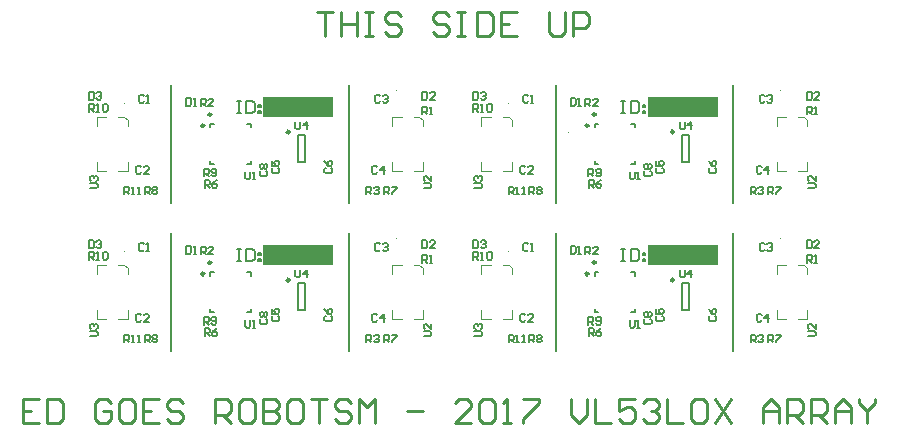
<source format=gto>
G04 Layer_Color=65535*
%FSAX24Y24*%
%MOIN*%
G70*
G01*
G75*
%ADD21C,0.0100*%
%ADD22C,0.0080*%
%ADD32C,0.0039*%
%ADD33C,0.0098*%
%ADD34C,0.0079*%
%ADD35C,0.0050*%
%ADD36R,0.2362X0.0689*%
D21*
X020800Y024300D02*
X021333D01*
X021067D01*
Y023500D01*
X021600Y024300D02*
Y023500D01*
Y023900D01*
X022133D01*
Y024300D01*
Y023500D01*
X022399Y024300D02*
X022666D01*
X022533D01*
Y023500D01*
X022399D01*
X022666D01*
X023599Y024166D02*
X023466Y024300D01*
X023199D01*
X023066Y024166D01*
Y024033D01*
X023199Y023900D01*
X023466D01*
X023599Y023767D01*
Y023633D01*
X023466Y023500D01*
X023199D01*
X023066Y023633D01*
X025199Y024166D02*
X025065Y024300D01*
X024799D01*
X024665Y024166D01*
Y024033D01*
X024799Y023900D01*
X025065D01*
X025199Y023767D01*
Y023633D01*
X025065Y023500D01*
X024799D01*
X024665Y023633D01*
X025465Y024300D02*
X025732D01*
X025598D01*
Y023500D01*
X025465D01*
X025732D01*
X026132Y024300D02*
Y023500D01*
X026531D01*
X026665Y023633D01*
Y024166D01*
X026531Y024300D01*
X026132D01*
X027465D02*
X026931D01*
Y023500D01*
X027465D01*
X026931Y023900D02*
X027198D01*
X028531Y024300D02*
Y023633D01*
X028664Y023500D01*
X028931D01*
X029064Y023633D01*
Y024300D01*
X029331Y023500D02*
Y024300D01*
X029730D01*
X029864Y024166D01*
Y023900D01*
X029730Y023767D01*
X029331D01*
X011533Y011400D02*
X011000D01*
Y010600D01*
X011533D01*
X011000Y011000D02*
X011267D01*
X011800Y011400D02*
Y010600D01*
X012200D01*
X012333Y010733D01*
Y011266D01*
X012200Y011400D01*
X011800D01*
X013932Y011266D02*
X013799Y011400D01*
X013533D01*
X013399Y011266D01*
Y010733D01*
X013533Y010600D01*
X013799D01*
X013932Y010733D01*
Y011000D01*
X013666D01*
X014599Y011400D02*
X014332D01*
X014199Y011266D01*
Y010733D01*
X014332Y010600D01*
X014599D01*
X014732Y010733D01*
Y011266D01*
X014599Y011400D01*
X015532D02*
X014999D01*
Y010600D01*
X015532D01*
X014999Y011000D02*
X015265D01*
X016332Y011266D02*
X016198Y011400D01*
X015932D01*
X015798Y011266D01*
Y011133D01*
X015932Y011000D01*
X016198D01*
X016332Y010867D01*
Y010733D01*
X016198Y010600D01*
X015932D01*
X015798Y010733D01*
X017398Y010600D02*
Y011400D01*
X017798D01*
X017931Y011266D01*
Y011000D01*
X017798Y010867D01*
X017398D01*
X017665D02*
X017931Y010600D01*
X018598Y011400D02*
X018331D01*
X018198Y011266D01*
Y010733D01*
X018331Y010600D01*
X018598D01*
X018731Y010733D01*
Y011266D01*
X018598Y011400D01*
X018997D02*
Y010600D01*
X019397D01*
X019531Y010733D01*
Y010867D01*
X019397Y011000D01*
X018997D01*
X019397D01*
X019531Y011133D01*
Y011266D01*
X019397Y011400D01*
X018997D01*
X020197D02*
X019930D01*
X019797Y011266D01*
Y010733D01*
X019930Y010600D01*
X020197D01*
X020330Y010733D01*
Y011266D01*
X020197Y011400D01*
X020597D02*
X021130D01*
X020863D01*
Y010600D01*
X021930Y011266D02*
X021797Y011400D01*
X021530D01*
X021397Y011266D01*
Y011133D01*
X021530Y011000D01*
X021797D01*
X021930Y010867D01*
Y010733D01*
X021797Y010600D01*
X021530D01*
X021397Y010733D01*
X022196Y010600D02*
Y011400D01*
X022463Y011133D01*
X022730Y011400D01*
Y010600D01*
X023796Y011000D02*
X024329D01*
X025928Y010600D02*
X025395D01*
X025928Y011133D01*
Y011266D01*
X025795Y011400D01*
X025529D01*
X025395Y011266D01*
X026195D02*
X026328Y011400D01*
X026595D01*
X026728Y011266D01*
Y010733D01*
X026595Y010600D01*
X026328D01*
X026195Y010733D01*
Y011266D01*
X026995Y010600D02*
X027261D01*
X027128D01*
Y011400D01*
X026995Y011266D01*
X027661Y011400D02*
X028194D01*
Y011266D01*
X027661Y010733D01*
Y010600D01*
X029261Y011400D02*
Y010867D01*
X029527Y010600D01*
X029794Y010867D01*
Y011400D01*
X030060D02*
Y010600D01*
X030594D01*
X031393Y011400D02*
X030860D01*
Y011000D01*
X031127Y011133D01*
X031260D01*
X031393Y011000D01*
Y010733D01*
X031260Y010600D01*
X030994D01*
X030860Y010733D01*
X031660Y011266D02*
X031793Y011400D01*
X032060D01*
X032193Y011266D01*
Y011133D01*
X032060Y011000D01*
X031927D01*
X032060D01*
X032193Y010867D01*
Y010733D01*
X032060Y010600D01*
X031793D01*
X031660Y010733D01*
X032460Y011400D02*
Y010600D01*
X032993D01*
X033259Y011266D02*
X033393Y011400D01*
X033659D01*
X033793Y011266D01*
Y010733D01*
X033659Y010600D01*
X033393D01*
X033259Y010733D01*
Y011266D01*
X034059Y011400D02*
X034592Y010600D01*
Y011400D02*
X034059Y010600D01*
X035659D02*
Y011133D01*
X035925Y011400D01*
X036192Y011133D01*
Y010600D01*
Y011000D01*
X035659D01*
X036458Y010600D02*
Y011400D01*
X036858D01*
X036992Y011266D01*
Y011000D01*
X036858Y010867D01*
X036458D01*
X036725D02*
X036992Y010600D01*
X037258D02*
Y011400D01*
X037658D01*
X037791Y011266D01*
Y011000D01*
X037658Y010867D01*
X037258D01*
X037525D02*
X037791Y010600D01*
X038058D02*
Y011133D01*
X038324Y011400D01*
X038591Y011133D01*
Y010600D01*
Y011000D01*
X038058D01*
X038858Y011400D02*
Y011266D01*
X039124Y011000D01*
X039391Y011266D01*
Y011400D01*
X039124Y011000D02*
Y010600D01*
X017282Y015953D02*
G03*
X017282Y015953I-000049J000000D01*
G01*
X030093D02*
G03*
X030093Y015953I-000049J000000D01*
G01*
X017282Y020890D02*
G03*
X017282Y020890I-000049J000000D01*
G01*
X030093D02*
G03*
X030093Y020890I-000049J000000D01*
G01*
D22*
X018121Y016404D02*
X018255D01*
X018188D01*
Y016004D01*
X018121D01*
X018255D01*
X018454Y016404D02*
Y016004D01*
X018654D01*
X018721Y016071D01*
Y016338D01*
X018654Y016404D01*
X018454D01*
X018854Y016271D02*
X018921D01*
Y016204D01*
X018854D01*
Y016271D01*
Y016071D02*
X018921D01*
Y016004D01*
X018854D01*
Y016071D01*
X030932Y016404D02*
X031066D01*
X030999D01*
Y016004D01*
X030932D01*
X031066D01*
X031265Y016404D02*
Y016004D01*
X031465D01*
X031532Y016071D01*
Y016338D01*
X031465Y016404D01*
X031265D01*
X031665Y016271D02*
X031732D01*
Y016204D01*
X031665D01*
Y016271D01*
Y016071D02*
X031732D01*
Y016004D01*
X031665D01*
Y016071D01*
X018121Y021341D02*
X018255D01*
X018188D01*
Y020941D01*
X018121D01*
X018255D01*
X018454Y021341D02*
Y020941D01*
X018654D01*
X018721Y021008D01*
Y021275D01*
X018654Y021341D01*
X018454D01*
X018854Y021208D02*
X018921D01*
Y021141D01*
X018854D01*
Y021208D01*
Y021008D02*
X018921D01*
Y020941D01*
X018854D01*
Y021008D01*
X030932Y021341D02*
X031066D01*
X030999D01*
Y020941D01*
X030932D01*
X031066D01*
X031265Y021341D02*
Y020941D01*
X031465D01*
X031532Y021008D01*
Y021275D01*
X031465Y021341D01*
X031265D01*
X031665Y021208D02*
X031732D01*
Y021141D01*
X031665D01*
Y021208D01*
Y021008D02*
X031732D01*
Y020941D01*
X031665D01*
Y021008D01*
D32*
X016374Y015340D02*
G03*
X016374Y015340I-000020J000000D01*
G01*
X023456Y016753D02*
G03*
X023456Y016753I-000020J000000D01*
G01*
X014395Y016334D02*
G03*
X014395Y016334I-000020J000000D01*
G01*
X024339Y015559D02*
Y015756D01*
X024220Y015874D02*
X024339Y015756D01*
X024024Y015874D02*
X024220D01*
X024339Y014063D02*
Y014378D01*
X024024Y014063D02*
X024339D01*
X023315D02*
X023630D01*
X023315D02*
Y014378D01*
Y015559D02*
Y015874D01*
X023630D01*
X014496Y015559D02*
Y015756D01*
X014378Y015874D02*
X014496Y015756D01*
X014181Y015874D02*
X014378D01*
X014496Y014063D02*
Y014378D01*
X014181Y014063D02*
X014496D01*
X013472D02*
X013787D01*
X013472D02*
Y014378D01*
Y015559D02*
Y015874D01*
X013787D01*
X029185Y015340D02*
G03*
X029185Y015340I-000020J000000D01*
G01*
X036267Y016753D02*
G03*
X036267Y016753I-000020J000000D01*
G01*
X027206Y016334D02*
G03*
X027206Y016334I-000020J000000D01*
G01*
X037150Y015559D02*
Y015756D01*
X037032Y015874D02*
X037150Y015756D01*
X036835Y015874D02*
X037032D01*
X037150Y014063D02*
Y014378D01*
X036835Y014063D02*
X037150D01*
X036126D02*
X036441D01*
X036126D02*
Y014378D01*
Y015559D02*
Y015874D01*
X036441D01*
X027307Y015559D02*
Y015756D01*
X027189Y015874D02*
X027307Y015756D01*
X026992Y015874D02*
X027189D01*
X027307Y014063D02*
Y014378D01*
X026992Y014063D02*
X027307D01*
X026283D02*
X026598D01*
X026283D02*
Y014378D01*
Y015559D02*
Y015874D01*
X026598D01*
X016374Y020277D02*
G03*
X016374Y020277I-000020J000000D01*
G01*
X023456Y021690D02*
G03*
X023456Y021690I-000020J000000D01*
G01*
X014395Y021271D02*
G03*
X014395Y021271I-000020J000000D01*
G01*
X024339Y020496D02*
Y020693D01*
X024220Y020811D02*
X024339Y020693D01*
X024024Y020811D02*
X024220D01*
X024339Y019000D02*
Y019315D01*
X024024Y019000D02*
X024339D01*
X023315D02*
X023630D01*
X023315D02*
Y019315D01*
Y020496D02*
Y020811D01*
X023630D01*
X014496Y020496D02*
Y020693D01*
X014378Y020811D02*
X014496Y020693D01*
X014181Y020811D02*
X014378D01*
X014496Y019000D02*
Y019315D01*
X014181Y019000D02*
X014496D01*
X013472D02*
X013787D01*
X013472D02*
Y019315D01*
Y020496D02*
Y020811D01*
X013787D01*
X029185Y020277D02*
G03*
X029185Y020277I-000020J000000D01*
G01*
X036267Y021690D02*
G03*
X036267Y021690I-000020J000000D01*
G01*
X027206Y021271D02*
G03*
X027206Y021271I-000020J000000D01*
G01*
X037150Y020496D02*
Y020693D01*
X037032Y020811D02*
X037150Y020693D01*
X036835Y020811D02*
X037032D01*
X037150Y019000D02*
Y019315D01*
X036835Y019000D02*
X037150D01*
X036126D02*
X036441D01*
X036126D02*
Y019315D01*
Y020496D02*
Y020811D01*
X036441D01*
X027307Y020496D02*
Y020693D01*
X027189Y020811D02*
X027307Y020693D01*
X026992Y020811D02*
X027189D01*
X027307Y019000D02*
Y019315D01*
X026992Y019000D02*
X027307D01*
X026283D02*
X026598D01*
X026283D02*
Y019315D01*
Y020496D02*
Y020811D01*
X026598D01*
D33*
X017045Y015579D02*
G03*
X017045Y015579I-000049J000000D01*
G01*
X019890Y015372D02*
G03*
X019890Y015372I-000049J000000D01*
G01*
X029856Y015579D02*
G03*
X029856Y015579I-000049J000000D01*
G01*
X032701Y015372D02*
G03*
X032701Y015372I-000049J000000D01*
G01*
X017045Y020516D02*
G03*
X017045Y020516I-000049J000000D01*
G01*
X019890Y020309D02*
G03*
X019890Y020309I-000049J000000D01*
G01*
X029856Y020516D02*
G03*
X029856Y020516I-000049J000000D01*
G01*
X032701Y020309D02*
G03*
X032701Y020309I-000049J000000D01*
G01*
D34*
X017252Y014299D02*
X017370D01*
X017252D02*
Y014417D01*
Y015520D02*
Y015638D01*
X017370D01*
X018472D02*
X018591D01*
Y015520D02*
Y015638D01*
Y014299D02*
Y014417D01*
X018472Y014299D02*
X018591D01*
X020165Y015264D02*
X020402D01*
X020165Y014358D02*
X020402D01*
X020165D02*
Y015264D01*
X020402Y014358D02*
Y015264D01*
X021858Y013000D02*
Y016937D01*
X015953Y013000D02*
Y016937D01*
X030063Y014299D02*
X030181D01*
X030063D02*
Y014417D01*
Y015520D02*
Y015638D01*
X030181D01*
X031283D02*
X031402D01*
Y015520D02*
Y015638D01*
Y014299D02*
Y014417D01*
X031283Y014299D02*
X031402D01*
X032976Y015264D02*
X033213D01*
X032976Y014358D02*
X033213D01*
X032976D02*
Y015264D01*
X033213Y014358D02*
Y015264D01*
X034669Y013000D02*
Y016937D01*
X028764Y013000D02*
Y016937D01*
X017252Y019236D02*
X017370D01*
X017252D02*
Y019354D01*
Y020457D02*
Y020575D01*
X017370D01*
X018472D02*
X018591D01*
Y020457D02*
Y020575D01*
Y019236D02*
Y019354D01*
X018472Y019236D02*
X018591D01*
X020165Y020201D02*
X020402D01*
X020165Y019295D02*
X020402D01*
X020165D02*
Y020201D01*
X020402Y019295D02*
Y020201D01*
X021858Y017937D02*
Y021874D01*
X015953Y017937D02*
Y021874D01*
X030063Y019236D02*
X030181D01*
X030063D02*
Y019354D01*
Y020457D02*
Y020575D01*
X030181D01*
X031283D02*
X031402D01*
Y020457D02*
Y020575D01*
Y019236D02*
Y019354D01*
X031283Y019236D02*
X031402D01*
X032976Y020201D02*
X033213D01*
X032976Y019295D02*
X033213D01*
X032976D02*
Y020201D01*
X033213Y019295D02*
Y020201D01*
X034669Y017937D02*
Y021874D01*
X028764Y017937D02*
Y021874D01*
D35*
X016445Y016498D02*
Y016248D01*
X016570D01*
X016611Y016290D01*
Y016456D01*
X016570Y016498D01*
X016445D01*
X016695Y016248D02*
X016778D01*
X016736D01*
Y016498D01*
X016695Y016456D01*
X015037Y016555D02*
X014995Y016596D01*
X014912D01*
X014870Y016555D01*
Y016388D01*
X014912Y016346D01*
X014995D01*
X015037Y016388D01*
X015120Y016346D02*
X015203D01*
X015162D01*
Y016596D01*
X015120Y016555D01*
X014938Y014193D02*
X014897Y014234D01*
X014813D01*
X014772Y014193D01*
Y014026D01*
X014813Y013984D01*
X014897D01*
X014938Y014026D01*
X015188Y013984D02*
X015022D01*
X015188Y014151D01*
Y014193D01*
X015147Y014234D01*
X015063D01*
X015022Y014193D01*
X022911Y016555D02*
X022869Y016596D01*
X022786D01*
X022744Y016555D01*
Y016388D01*
X022786Y016346D01*
X022869D01*
X022911Y016388D01*
X022994Y016555D02*
X023036Y016596D01*
X023119D01*
X023161Y016555D01*
Y016513D01*
X023119Y016471D01*
X023077D01*
X023119D01*
X023161Y016430D01*
Y016388D01*
X023119Y016346D01*
X023036D01*
X022994Y016388D01*
X022812Y014193D02*
X022771Y014234D01*
X022687D01*
X022646Y014193D01*
Y014026D01*
X022687Y013984D01*
X022771D01*
X022812Y014026D01*
X023021Y013984D02*
Y014234D01*
X022896Y014109D01*
X023062D01*
X019342Y014167D02*
X019300Y014125D01*
Y014042D01*
X019342Y014000D01*
X019508D01*
X019550Y014042D01*
Y014125D01*
X019508Y014167D01*
X019300Y014417D02*
Y014250D01*
X019425D01*
X019383Y014333D01*
Y014375D01*
X019425Y014417D01*
X019508D01*
X019550Y014375D01*
Y014292D01*
X019508Y014250D01*
X021092Y014167D02*
X021050Y014125D01*
Y014042D01*
X021092Y014000D01*
X021258D01*
X021300Y014042D01*
Y014125D01*
X021258Y014167D01*
X021050Y014417D02*
X021092Y014333D01*
X021175Y014250D01*
X021258D01*
X021300Y014292D01*
Y014375D01*
X021258Y014417D01*
X021217D01*
X021175Y014375D01*
Y014250D01*
X018942Y014067D02*
X018900Y014025D01*
Y013942D01*
X018942Y013900D01*
X019108D01*
X019150Y013942D01*
Y014025D01*
X019108Y014067D01*
X018942Y014150D02*
X018900Y014192D01*
Y014275D01*
X018942Y014317D01*
X018983D01*
X019025Y014275D01*
X019067Y014317D01*
X019108D01*
X019150Y014275D01*
Y014192D01*
X019108Y014150D01*
X019067D01*
X019025Y014192D01*
X018983Y014150D01*
X018942D01*
X019025Y014192D02*
Y014275D01*
X017055Y013512D02*
Y013762D01*
X017180D01*
X017222Y013720D01*
Y013637D01*
X017180Y013595D01*
X017055D01*
X017138D02*
X017222Y013512D01*
X017472Y013762D02*
X017388Y013720D01*
X017305Y013637D01*
Y013553D01*
X017347Y013512D01*
X017430D01*
X017472Y013553D01*
Y013595D01*
X017430Y013637D01*
X017305D01*
X023039Y013295D02*
Y013545D01*
X023164D01*
X023206Y013504D01*
Y013420D01*
X023164Y013379D01*
X023039D01*
X023123D02*
X023206Y013295D01*
X023289Y013545D02*
X023456D01*
Y013504D01*
X023289Y013337D01*
Y013295D01*
X015067D02*
Y013545D01*
X015192D01*
X015234Y013504D01*
Y013420D01*
X015192Y013379D01*
X015067D01*
X015150D02*
X015234Y013295D01*
X015317Y013504D02*
X015359Y013545D01*
X015442D01*
X015483Y013504D01*
Y013462D01*
X015442Y013420D01*
X015483Y013379D01*
Y013337D01*
X015442Y013295D01*
X015359D01*
X015317Y013337D01*
Y013379D01*
X015359Y013420D01*
X015317Y013462D01*
Y013504D01*
X015359Y013420D02*
X015442D01*
X017035Y013886D02*
Y014136D01*
X017160D01*
X017202Y014094D01*
Y014011D01*
X017160Y013969D01*
X017035D01*
X017119D02*
X017202Y013886D01*
X017285Y013927D02*
X017327Y013886D01*
X017410D01*
X017452Y013927D01*
Y014094D01*
X017410Y014136D01*
X017327D01*
X017285Y014094D01*
Y014052D01*
X017327Y014011D01*
X017452D01*
X018413Y014037D02*
Y013829D01*
X018455Y013787D01*
X018538D01*
X018580Y013829D01*
Y014037D01*
X018663Y013787D02*
X018747D01*
X018705D01*
Y014037D01*
X018663Y013996D01*
X024364Y013492D02*
X024573D01*
X024614Y013534D01*
Y013617D01*
X024573Y013659D01*
X024364D01*
X024614Y013909D02*
Y013742D01*
X024448Y013909D01*
X024406D01*
X024364Y013867D01*
Y013784D01*
X024406Y013742D01*
X013242Y013492D02*
X013450D01*
X013492Y013534D01*
Y013617D01*
X013450Y013659D01*
X013242D01*
X013284Y013742D02*
X013242Y013784D01*
Y013867D01*
X013284Y013909D01*
X013326D01*
X013367Y013867D01*
Y013825D01*
Y013867D01*
X013409Y013909D01*
X013450D01*
X013492Y013867D01*
Y013784D01*
X013450Y013742D01*
X016937Y016228D02*
Y016478D01*
X017062D01*
X017104Y016437D01*
Y016353D01*
X017062Y016312D01*
X016937D01*
X017020D02*
X017104Y016228D01*
X017354D02*
X017187D01*
X017354Y016395D01*
Y016437D01*
X017312Y016478D01*
X017229D01*
X017187Y016437D01*
X020087Y015711D02*
Y015502D01*
X020128Y015461D01*
X020212D01*
X020253Y015502D01*
Y015711D01*
X020461Y015461D02*
Y015711D01*
X020337Y015586D01*
X020503D01*
X024319Y016695D02*
Y016445D01*
X024444D01*
X024486Y016487D01*
Y016653D01*
X024444Y016695D01*
X024319D01*
X024735Y016445D02*
X024569D01*
X024735Y016611D01*
Y016653D01*
X024694Y016695D01*
X024610D01*
X024569Y016653D01*
X024319Y015953D02*
Y016203D01*
X024444D01*
X024486Y016161D01*
Y016078D01*
X024444Y016036D01*
X024319D01*
X024402D02*
X024486Y015953D01*
X024569D02*
X024652D01*
X024610D01*
Y016203D01*
X024569Y016161D01*
X022449Y013295D02*
Y013545D01*
X022574D01*
X022615Y013504D01*
Y013420D01*
X022574Y013379D01*
X022449D01*
X022532D02*
X022615Y013295D01*
X022699Y013504D02*
X022740Y013545D01*
X022824D01*
X022865Y013504D01*
Y013462D01*
X022824Y013420D01*
X022782D01*
X022824D01*
X022865Y013379D01*
Y013337D01*
X022824Y013295D01*
X022740D01*
X022699Y013337D01*
X013197Y016695D02*
Y016445D01*
X013322D01*
X013363Y016487D01*
Y016653D01*
X013322Y016695D01*
X013197D01*
X013447Y016653D02*
X013488Y016695D01*
X013572D01*
X013613Y016653D01*
Y016611D01*
X013572Y016570D01*
X013530D01*
X013572D01*
X013613Y016528D01*
Y016487D01*
X013572Y016445D01*
X013488D01*
X013447Y016487D01*
X013197Y016051D02*
Y016301D01*
X013322D01*
X013363Y016259D01*
Y016176D01*
X013322Y016134D01*
X013197D01*
X013280D02*
X013363Y016051D01*
X013447D02*
X013530D01*
X013488D01*
Y016301D01*
X013447Y016259D01*
X013655D02*
X013697Y016301D01*
X013780D01*
X013822Y016259D01*
Y016093D01*
X013780Y016051D01*
X013697D01*
X013655Y016093D01*
Y016259D01*
X014378Y013295D02*
Y013545D01*
X014503D01*
X014545Y013504D01*
Y013420D01*
X014503Y013379D01*
X014378D01*
X014461D02*
X014545Y013295D01*
X014628D02*
X014711D01*
X014670D01*
Y013545D01*
X014628Y013504D01*
X014836Y013295D02*
X014919D01*
X014878D01*
Y013545D01*
X014836Y013504D01*
X029256Y016498D02*
Y016248D01*
X029381D01*
X029423Y016290D01*
Y016456D01*
X029381Y016498D01*
X029256D01*
X029506Y016248D02*
X029589D01*
X029547D01*
Y016498D01*
X029506Y016456D01*
X027848Y016555D02*
X027806Y016596D01*
X027723D01*
X027681Y016555D01*
Y016388D01*
X027723Y016346D01*
X027806D01*
X027848Y016388D01*
X027931Y016346D02*
X028014D01*
X027973D01*
Y016596D01*
X027931Y016555D01*
X027749Y014193D02*
X027708Y014234D01*
X027624D01*
X027583Y014193D01*
Y014026D01*
X027624Y013984D01*
X027708D01*
X027749Y014026D01*
X027999Y013984D02*
X027833D01*
X027999Y014151D01*
Y014193D01*
X027958Y014234D01*
X027874D01*
X027833Y014193D01*
X035722Y016555D02*
X035680Y016596D01*
X035597D01*
X035555Y016555D01*
Y016388D01*
X035597Y016346D01*
X035680D01*
X035722Y016388D01*
X035805Y016555D02*
X035847Y016596D01*
X035930D01*
X035972Y016555D01*
Y016513D01*
X035930Y016471D01*
X035888D01*
X035930D01*
X035972Y016430D01*
Y016388D01*
X035930Y016346D01*
X035847D01*
X035805Y016388D01*
X035623Y014193D02*
X035582Y014234D01*
X035498D01*
X035457Y014193D01*
Y014026D01*
X035498Y013984D01*
X035582D01*
X035623Y014026D01*
X035832Y013984D02*
Y014234D01*
X035707Y014109D01*
X035873D01*
X032153Y014167D02*
X032111Y014125D01*
Y014042D01*
X032153Y014000D01*
X032319D01*
X032361Y014042D01*
Y014125D01*
X032319Y014167D01*
X032111Y014417D02*
Y014250D01*
X032236D01*
X032194Y014333D01*
Y014375D01*
X032236Y014417D01*
X032319D01*
X032361Y014375D01*
Y014292D01*
X032319Y014250D01*
X033903Y014167D02*
X033861Y014125D01*
Y014042D01*
X033903Y014000D01*
X034069D01*
X034111Y014042D01*
Y014125D01*
X034069Y014167D01*
X033861Y014417D02*
X033903Y014333D01*
X033986Y014250D01*
X034069D01*
X034111Y014292D01*
Y014375D01*
X034069Y014417D01*
X034028D01*
X033986Y014375D01*
Y014250D01*
X031753Y014067D02*
X031711Y014025D01*
Y013942D01*
X031753Y013900D01*
X031919D01*
X031961Y013942D01*
Y014025D01*
X031919Y014067D01*
X031753Y014150D02*
X031711Y014192D01*
Y014275D01*
X031753Y014317D01*
X031794D01*
X031836Y014275D01*
X031878Y014317D01*
X031919D01*
X031961Y014275D01*
Y014192D01*
X031919Y014150D01*
X031878D01*
X031836Y014192D01*
X031794Y014150D01*
X031753D01*
X031836Y014192D02*
Y014275D01*
X029866Y013512D02*
Y013762D01*
X029991D01*
X030033Y013720D01*
Y013637D01*
X029991Y013595D01*
X029866D01*
X029949D02*
X030033Y013512D01*
X030283Y013762D02*
X030199Y013720D01*
X030116Y013637D01*
Y013553D01*
X030158Y013512D01*
X030241D01*
X030283Y013553D01*
Y013595D01*
X030241Y013637D01*
X030116D01*
X035850Y013295D02*
Y013545D01*
X035975D01*
X036017Y013504D01*
Y013420D01*
X035975Y013379D01*
X035850D01*
X035934D02*
X036017Y013295D01*
X036100Y013545D02*
X036267D01*
Y013504D01*
X036100Y013337D01*
Y013295D01*
X027878D02*
Y013545D01*
X028003D01*
X028045Y013504D01*
Y013420D01*
X028003Y013379D01*
X027878D01*
X027961D02*
X028045Y013295D01*
X028128Y013504D02*
X028170Y013545D01*
X028253D01*
X028294Y013504D01*
Y013462D01*
X028253Y013420D01*
X028294Y013379D01*
Y013337D01*
X028253Y013295D01*
X028170D01*
X028128Y013337D01*
Y013379D01*
X028170Y013420D01*
X028128Y013462D01*
Y013504D01*
X028170Y013420D02*
X028253D01*
X029846Y013886D02*
Y014136D01*
X029971D01*
X030013Y014094D01*
Y014011D01*
X029971Y013969D01*
X029846D01*
X029930D02*
X030013Y013886D01*
X030096Y013927D02*
X030138Y013886D01*
X030221D01*
X030263Y013927D01*
Y014094D01*
X030221Y014136D01*
X030138D01*
X030096Y014094D01*
Y014052D01*
X030138Y014011D01*
X030263D01*
X031224Y014037D02*
Y013829D01*
X031266Y013787D01*
X031349D01*
X031391Y013829D01*
Y014037D01*
X031474Y013787D02*
X031558D01*
X031516D01*
Y014037D01*
X031474Y013996D01*
X037175Y013492D02*
X037384D01*
X037425Y013534D01*
Y013617D01*
X037384Y013659D01*
X037175D01*
X037425Y013909D02*
Y013742D01*
X037259Y013909D01*
X037217D01*
X037175Y013867D01*
Y013784D01*
X037217Y013742D01*
X026053Y013492D02*
X026261D01*
X026303Y013534D01*
Y013617D01*
X026261Y013659D01*
X026053D01*
X026095Y013742D02*
X026053Y013784D01*
Y013867D01*
X026095Y013909D01*
X026137D01*
X026178Y013867D01*
Y013825D01*
Y013867D01*
X026220Y013909D01*
X026261D01*
X026303Y013867D01*
Y013784D01*
X026261Y013742D01*
X029748Y016228D02*
Y016478D01*
X029873D01*
X029915Y016437D01*
Y016353D01*
X029873Y016312D01*
X029748D01*
X029831D02*
X029915Y016228D01*
X030165D02*
X029998D01*
X030165Y016395D01*
Y016437D01*
X030123Y016478D01*
X030040D01*
X029998Y016437D01*
X032898Y015711D02*
Y015502D01*
X032939Y015461D01*
X033023D01*
X033064Y015502D01*
Y015711D01*
X033273Y015461D02*
Y015711D01*
X033148Y015586D01*
X033314D01*
X037130Y016695D02*
Y016445D01*
X037255D01*
X037297Y016487D01*
Y016653D01*
X037255Y016695D01*
X037130D01*
X037546Y016445D02*
X037380D01*
X037546Y016611D01*
Y016653D01*
X037505Y016695D01*
X037422D01*
X037380Y016653D01*
X037130Y015953D02*
Y016203D01*
X037255D01*
X037297Y016161D01*
Y016078D01*
X037255Y016036D01*
X037130D01*
X037213D02*
X037297Y015953D01*
X037380D02*
X037463D01*
X037422D01*
Y016203D01*
X037380Y016161D01*
X035260Y013295D02*
Y013545D01*
X035385D01*
X035426Y013504D01*
Y013420D01*
X035385Y013379D01*
X035260D01*
X035343D02*
X035426Y013295D01*
X035510Y013504D02*
X035551Y013545D01*
X035635D01*
X035676Y013504D01*
Y013462D01*
X035635Y013420D01*
X035593D01*
X035635D01*
X035676Y013379D01*
Y013337D01*
X035635Y013295D01*
X035551D01*
X035510Y013337D01*
X026008Y016695D02*
Y016445D01*
X026133D01*
X026174Y016487D01*
Y016653D01*
X026133Y016695D01*
X026008D01*
X026258Y016653D02*
X026299Y016695D01*
X026383D01*
X026424Y016653D01*
Y016611D01*
X026383Y016570D01*
X026341D01*
X026383D01*
X026424Y016528D01*
Y016487D01*
X026383Y016445D01*
X026299D01*
X026258Y016487D01*
X026008Y016051D02*
Y016301D01*
X026133D01*
X026174Y016259D01*
Y016176D01*
X026133Y016134D01*
X026008D01*
X026091D02*
X026174Y016051D01*
X026258D02*
X026341D01*
X026299D01*
Y016301D01*
X026258Y016259D01*
X026466D02*
X026508Y016301D01*
X026591D01*
X026633Y016259D01*
Y016093D01*
X026591Y016051D01*
X026508D01*
X026466Y016093D01*
Y016259D01*
X027189Y013295D02*
Y013545D01*
X027314D01*
X027356Y013504D01*
Y013420D01*
X027314Y013379D01*
X027189D01*
X027272D02*
X027356Y013295D01*
X027439D02*
X027522D01*
X027481D01*
Y013545D01*
X027439Y013504D01*
X027647Y013295D02*
X027730D01*
X027689D01*
Y013545D01*
X027647Y013504D01*
X016445Y021435D02*
Y021185D01*
X016570D01*
X016611Y021227D01*
Y021393D01*
X016570Y021435D01*
X016445D01*
X016695Y021185D02*
X016778D01*
X016736D01*
Y021435D01*
X016695Y021393D01*
X015037Y021492D02*
X014995Y021533D01*
X014912D01*
X014870Y021492D01*
Y021325D01*
X014912Y021283D01*
X014995D01*
X015037Y021325D01*
X015120Y021283D02*
X015203D01*
X015162D01*
Y021533D01*
X015120Y021492D01*
X014938Y019130D02*
X014897Y019171D01*
X014813D01*
X014772Y019130D01*
Y018963D01*
X014813Y018921D01*
X014897D01*
X014938Y018963D01*
X015188Y018921D02*
X015022D01*
X015188Y019088D01*
Y019130D01*
X015147Y019171D01*
X015063D01*
X015022Y019130D01*
X022911Y021492D02*
X022869Y021533D01*
X022786D01*
X022744Y021492D01*
Y021325D01*
X022786Y021283D01*
X022869D01*
X022911Y021325D01*
X022994Y021492D02*
X023036Y021533D01*
X023119D01*
X023161Y021492D01*
Y021450D01*
X023119Y021408D01*
X023077D01*
X023119D01*
X023161Y021367D01*
Y021325D01*
X023119Y021283D01*
X023036D01*
X022994Y021325D01*
X022812Y019130D02*
X022771Y019171D01*
X022687D01*
X022646Y019130D01*
Y018963D01*
X022687Y018921D01*
X022771D01*
X022812Y018963D01*
X023021Y018921D02*
Y019171D01*
X022896Y019046D01*
X023062D01*
X019342Y019104D02*
X019300Y019062D01*
Y018979D01*
X019342Y018937D01*
X019508D01*
X019550Y018979D01*
Y019062D01*
X019508Y019104D01*
X019300Y019354D02*
Y019187D01*
X019425D01*
X019383Y019270D01*
Y019312D01*
X019425Y019354D01*
X019508D01*
X019550Y019312D01*
Y019229D01*
X019508Y019187D01*
X021092Y019104D02*
X021050Y019062D01*
Y018979D01*
X021092Y018937D01*
X021258D01*
X021300Y018979D01*
Y019062D01*
X021258Y019104D01*
X021050Y019354D02*
X021092Y019270D01*
X021175Y019187D01*
X021258D01*
X021300Y019229D01*
Y019312D01*
X021258Y019354D01*
X021217D01*
X021175Y019312D01*
Y019187D01*
X018942Y019004D02*
X018900Y018962D01*
Y018879D01*
X018942Y018837D01*
X019108D01*
X019150Y018879D01*
Y018962D01*
X019108Y019004D01*
X018942Y019087D02*
X018900Y019129D01*
Y019212D01*
X018942Y019254D01*
X018983D01*
X019025Y019212D01*
X019067Y019254D01*
X019108D01*
X019150Y019212D01*
Y019129D01*
X019108Y019087D01*
X019067D01*
X019025Y019129D01*
X018983Y019087D01*
X018942D01*
X019025Y019129D02*
Y019212D01*
X017055Y018449D02*
Y018699D01*
X017180D01*
X017222Y018657D01*
Y018574D01*
X017180Y018532D01*
X017055D01*
X017138D02*
X017222Y018449D01*
X017472Y018699D02*
X017388Y018657D01*
X017305Y018574D01*
Y018490D01*
X017347Y018449D01*
X017430D01*
X017472Y018490D01*
Y018532D01*
X017430Y018574D01*
X017305D01*
X023039Y018232D02*
Y018482D01*
X023164D01*
X023206Y018441D01*
Y018357D01*
X023164Y018316D01*
X023039D01*
X023123D02*
X023206Y018232D01*
X023289Y018482D02*
X023456D01*
Y018441D01*
X023289Y018274D01*
Y018232D01*
X015067D02*
Y018482D01*
X015192D01*
X015234Y018441D01*
Y018357D01*
X015192Y018316D01*
X015067D01*
X015150D02*
X015234Y018232D01*
X015317Y018441D02*
X015359Y018482D01*
X015442D01*
X015483Y018441D01*
Y018399D01*
X015442Y018357D01*
X015483Y018316D01*
Y018274D01*
X015442Y018232D01*
X015359D01*
X015317Y018274D01*
Y018316D01*
X015359Y018357D01*
X015317Y018399D01*
Y018441D01*
X015359Y018357D02*
X015442D01*
X017035Y018823D02*
Y019073D01*
X017160D01*
X017202Y019031D01*
Y018948D01*
X017160Y018906D01*
X017035D01*
X017119D02*
X017202Y018823D01*
X017285Y018865D02*
X017327Y018823D01*
X017410D01*
X017452Y018865D01*
Y019031D01*
X017410Y019073D01*
X017327D01*
X017285Y019031D01*
Y018989D01*
X017327Y018948D01*
X017452D01*
X018413Y018974D02*
Y018766D01*
X018455Y018724D01*
X018538D01*
X018580Y018766D01*
Y018974D01*
X018663Y018724D02*
X018747D01*
X018705D01*
Y018974D01*
X018663Y018933D01*
X024364Y018429D02*
X024573D01*
X024614Y018471D01*
Y018554D01*
X024573Y018596D01*
X024364D01*
X024614Y018846D02*
Y018679D01*
X024448Y018846D01*
X024406D01*
X024364Y018804D01*
Y018721D01*
X024406Y018679D01*
X013242Y018429D02*
X013450D01*
X013492Y018471D01*
Y018554D01*
X013450Y018596D01*
X013242D01*
X013284Y018679D02*
X013242Y018721D01*
Y018804D01*
X013284Y018846D01*
X013326D01*
X013367Y018804D01*
Y018762D01*
Y018804D01*
X013409Y018846D01*
X013450D01*
X013492Y018804D01*
Y018721D01*
X013450Y018679D01*
X016937Y021165D02*
Y021415D01*
X017062D01*
X017104Y021374D01*
Y021290D01*
X017062Y021249D01*
X016937D01*
X017020D02*
X017104Y021165D01*
X017354D02*
X017187D01*
X017354Y021332D01*
Y021374D01*
X017312Y021415D01*
X017229D01*
X017187Y021374D01*
X020087Y020648D02*
Y020439D01*
X020128Y020398D01*
X020212D01*
X020253Y020439D01*
Y020648D01*
X020461Y020398D02*
Y020648D01*
X020337Y020523D01*
X020503D01*
X024319Y021632D02*
Y021382D01*
X024444D01*
X024486Y021424D01*
Y021590D01*
X024444Y021632D01*
X024319D01*
X024735Y021382D02*
X024569D01*
X024735Y021549D01*
Y021590D01*
X024694Y021632D01*
X024610D01*
X024569Y021590D01*
X024319Y020890D02*
Y021140D01*
X024444D01*
X024486Y021098D01*
Y021015D01*
X024444Y020973D01*
X024319D01*
X024402D02*
X024486Y020890D01*
X024569D02*
X024652D01*
X024610D01*
Y021140D01*
X024569Y021098D01*
X022449Y018232D02*
Y018482D01*
X022574D01*
X022615Y018441D01*
Y018357D01*
X022574Y018316D01*
X022449D01*
X022532D02*
X022615Y018232D01*
X022699Y018441D02*
X022740Y018482D01*
X022824D01*
X022865Y018441D01*
Y018399D01*
X022824Y018357D01*
X022782D01*
X022824D01*
X022865Y018316D01*
Y018274D01*
X022824Y018232D01*
X022740D01*
X022699Y018274D01*
X013197Y021632D02*
Y021382D01*
X013322D01*
X013363Y021424D01*
Y021590D01*
X013322Y021632D01*
X013197D01*
X013447Y021590D02*
X013488Y021632D01*
X013572D01*
X013613Y021590D01*
Y021549D01*
X013572Y021507D01*
X013530D01*
X013572D01*
X013613Y021465D01*
Y021424D01*
X013572Y021382D01*
X013488D01*
X013447Y021424D01*
X013197Y020988D02*
Y021238D01*
X013322D01*
X013363Y021196D01*
Y021113D01*
X013322Y021072D01*
X013197D01*
X013280D02*
X013363Y020988D01*
X013447D02*
X013530D01*
X013488D01*
Y021238D01*
X013447Y021196D01*
X013655D02*
X013697Y021238D01*
X013780D01*
X013822Y021196D01*
Y021030D01*
X013780Y020988D01*
X013697D01*
X013655Y021030D01*
Y021196D01*
X014378Y018232D02*
Y018482D01*
X014503D01*
X014545Y018441D01*
Y018357D01*
X014503Y018316D01*
X014378D01*
X014461D02*
X014545Y018232D01*
X014628D02*
X014711D01*
X014670D01*
Y018482D01*
X014628Y018441D01*
X014836Y018232D02*
X014919D01*
X014878D01*
Y018482D01*
X014836Y018441D01*
X029256Y021435D02*
Y021185D01*
X029381D01*
X029423Y021227D01*
Y021393D01*
X029381Y021435D01*
X029256D01*
X029506Y021185D02*
X029589D01*
X029547D01*
Y021435D01*
X029506Y021393D01*
X027848Y021492D02*
X027806Y021533D01*
X027723D01*
X027681Y021492D01*
Y021325D01*
X027723Y021283D01*
X027806D01*
X027848Y021325D01*
X027931Y021283D02*
X028014D01*
X027973D01*
Y021533D01*
X027931Y021492D01*
X027749Y019130D02*
X027708Y019171D01*
X027624D01*
X027583Y019130D01*
Y018963D01*
X027624Y018921D01*
X027708D01*
X027749Y018963D01*
X027999Y018921D02*
X027833D01*
X027999Y019088D01*
Y019130D01*
X027958Y019171D01*
X027874D01*
X027833Y019130D01*
X035722Y021492D02*
X035680Y021533D01*
X035597D01*
X035555Y021492D01*
Y021325D01*
X035597Y021283D01*
X035680D01*
X035722Y021325D01*
X035805Y021492D02*
X035847Y021533D01*
X035930D01*
X035972Y021492D01*
Y021450D01*
X035930Y021408D01*
X035888D01*
X035930D01*
X035972Y021367D01*
Y021325D01*
X035930Y021283D01*
X035847D01*
X035805Y021325D01*
X035623Y019130D02*
X035582Y019171D01*
X035498D01*
X035457Y019130D01*
Y018963D01*
X035498Y018921D01*
X035582D01*
X035623Y018963D01*
X035832Y018921D02*
Y019171D01*
X035707Y019046D01*
X035873D01*
X032153Y019104D02*
X032111Y019062D01*
Y018979D01*
X032153Y018937D01*
X032319D01*
X032361Y018979D01*
Y019062D01*
X032319Y019104D01*
X032111Y019354D02*
Y019187D01*
X032236D01*
X032194Y019270D01*
Y019312D01*
X032236Y019354D01*
X032319D01*
X032361Y019312D01*
Y019229D01*
X032319Y019187D01*
X033903Y019104D02*
X033861Y019062D01*
Y018979D01*
X033903Y018937D01*
X034069D01*
X034111Y018979D01*
Y019062D01*
X034069Y019104D01*
X033861Y019354D02*
X033903Y019270D01*
X033986Y019187D01*
X034069D01*
X034111Y019229D01*
Y019312D01*
X034069Y019354D01*
X034028D01*
X033986Y019312D01*
Y019187D01*
X031753Y019004D02*
X031711Y018962D01*
Y018879D01*
X031753Y018837D01*
X031919D01*
X031961Y018879D01*
Y018962D01*
X031919Y019004D01*
X031753Y019087D02*
X031711Y019129D01*
Y019212D01*
X031753Y019254D01*
X031794D01*
X031836Y019212D01*
X031878Y019254D01*
X031919D01*
X031961Y019212D01*
Y019129D01*
X031919Y019087D01*
X031878D01*
X031836Y019129D01*
X031794Y019087D01*
X031753D01*
X031836Y019129D02*
Y019212D01*
X029866Y018449D02*
Y018699D01*
X029991D01*
X030033Y018657D01*
Y018574D01*
X029991Y018532D01*
X029866D01*
X029949D02*
X030033Y018449D01*
X030283Y018699D02*
X030199Y018657D01*
X030116Y018574D01*
Y018490D01*
X030158Y018449D01*
X030241D01*
X030283Y018490D01*
Y018532D01*
X030241Y018574D01*
X030116D01*
X035850Y018232D02*
Y018482D01*
X035975D01*
X036017Y018441D01*
Y018357D01*
X035975Y018316D01*
X035850D01*
X035934D02*
X036017Y018232D01*
X036100Y018482D02*
X036267D01*
Y018441D01*
X036100Y018274D01*
Y018232D01*
X027878D02*
Y018482D01*
X028003D01*
X028045Y018441D01*
Y018357D01*
X028003Y018316D01*
X027878D01*
X027961D02*
X028045Y018232D01*
X028128Y018441D02*
X028170Y018482D01*
X028253D01*
X028294Y018441D01*
Y018399D01*
X028253Y018357D01*
X028294Y018316D01*
Y018274D01*
X028253Y018232D01*
X028170D01*
X028128Y018274D01*
Y018316D01*
X028170Y018357D01*
X028128Y018399D01*
Y018441D01*
X028170Y018357D02*
X028253D01*
X029846Y018823D02*
Y019073D01*
X029971D01*
X030013Y019031D01*
Y018948D01*
X029971Y018906D01*
X029846D01*
X029930D02*
X030013Y018823D01*
X030096Y018865D02*
X030138Y018823D01*
X030221D01*
X030263Y018865D01*
Y019031D01*
X030221Y019073D01*
X030138D01*
X030096Y019031D01*
Y018989D01*
X030138Y018948D01*
X030263D01*
X031224Y018974D02*
Y018766D01*
X031266Y018724D01*
X031349D01*
X031391Y018766D01*
Y018974D01*
X031474Y018724D02*
X031558D01*
X031516D01*
Y018974D01*
X031474Y018933D01*
X037175Y018429D02*
X037384D01*
X037425Y018471D01*
Y018554D01*
X037384Y018596D01*
X037175D01*
X037425Y018846D02*
Y018679D01*
X037259Y018846D01*
X037217D01*
X037175Y018804D01*
Y018721D01*
X037217Y018679D01*
X026053Y018429D02*
X026261D01*
X026303Y018471D01*
Y018554D01*
X026261Y018596D01*
X026053D01*
X026095Y018679D02*
X026053Y018721D01*
Y018804D01*
X026095Y018846D01*
X026137D01*
X026178Y018804D01*
Y018762D01*
Y018804D01*
X026220Y018846D01*
X026261D01*
X026303Y018804D01*
Y018721D01*
X026261Y018679D01*
X029748Y021165D02*
Y021415D01*
X029873D01*
X029915Y021374D01*
Y021290D01*
X029873Y021249D01*
X029748D01*
X029831D02*
X029915Y021165D01*
X030165D02*
X029998D01*
X030165Y021332D01*
Y021374D01*
X030123Y021415D01*
X030040D01*
X029998Y021374D01*
X032898Y020648D02*
Y020439D01*
X032939Y020398D01*
X033023D01*
X033064Y020439D01*
Y020648D01*
X033273Y020398D02*
Y020648D01*
X033148Y020523D01*
X033314D01*
X037130Y021632D02*
Y021382D01*
X037255D01*
X037297Y021424D01*
Y021590D01*
X037255Y021632D01*
X037130D01*
X037546Y021382D02*
X037380D01*
X037546Y021549D01*
Y021590D01*
X037505Y021632D01*
X037422D01*
X037380Y021590D01*
X037130Y020890D02*
Y021140D01*
X037255D01*
X037297Y021098D01*
Y021015D01*
X037255Y020973D01*
X037130D01*
X037213D02*
X037297Y020890D01*
X037380D02*
X037463D01*
X037422D01*
Y021140D01*
X037380Y021098D01*
X035260Y018232D02*
Y018482D01*
X035385D01*
X035426Y018441D01*
Y018357D01*
X035385Y018316D01*
X035260D01*
X035343D02*
X035426Y018232D01*
X035510Y018441D02*
X035551Y018482D01*
X035635D01*
X035676Y018441D01*
Y018399D01*
X035635Y018357D01*
X035593D01*
X035635D01*
X035676Y018316D01*
Y018274D01*
X035635Y018232D01*
X035551D01*
X035510Y018274D01*
X026008Y021632D02*
Y021382D01*
X026133D01*
X026174Y021424D01*
Y021590D01*
X026133Y021632D01*
X026008D01*
X026258Y021590D02*
X026299Y021632D01*
X026383D01*
X026424Y021590D01*
Y021549D01*
X026383Y021507D01*
X026341D01*
X026383D01*
X026424Y021465D01*
Y021424D01*
X026383Y021382D01*
X026299D01*
X026258Y021424D01*
X026008Y020988D02*
Y021238D01*
X026133D01*
X026174Y021196D01*
Y021113D01*
X026133Y021072D01*
X026008D01*
X026091D02*
X026174Y020988D01*
X026258D02*
X026341D01*
X026299D01*
Y021238D01*
X026258Y021196D01*
X026466D02*
X026508Y021238D01*
X026591D01*
X026633Y021196D01*
Y021030D01*
X026591Y020988D01*
X026508D01*
X026466Y021030D01*
Y021196D01*
X027189Y018232D02*
Y018482D01*
X027314D01*
X027356Y018441D01*
Y018357D01*
X027314Y018316D01*
X027189D01*
X027272D02*
X027356Y018232D01*
X027439D02*
X027522D01*
X027481D01*
Y018482D01*
X027439Y018441D01*
X027647Y018232D02*
X027730D01*
X027689D01*
Y018482D01*
X027647Y018441D01*
D36*
X020185Y016199D02*
D03*
X032996D02*
D03*
X020185Y021136D02*
D03*
X032996D02*
D03*
M02*

</source>
